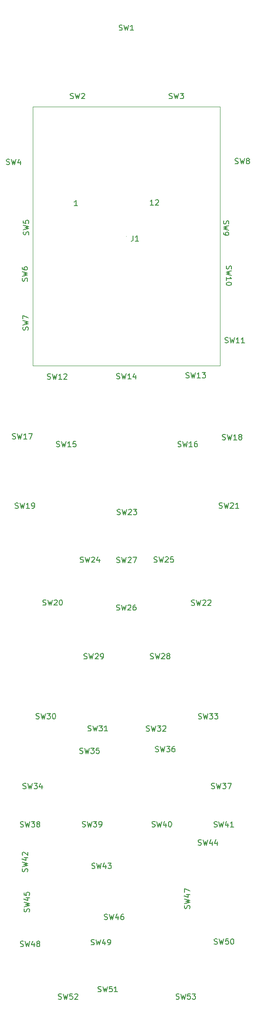
<source format=gbr>
%TF.GenerationSoftware,KiCad,Pcbnew,(6.0.0)*%
%TF.CreationDate,2022-07-04T20:32:36-04:00*%
%TF.ProjectId,800+,3830302b-2e6b-4696-9361-645f70636258,rev?*%
%TF.SameCoordinates,Original*%
%TF.FileFunction,Legend,Top*%
%TF.FilePolarity,Positive*%
%FSLAX46Y46*%
G04 Gerber Fmt 4.6, Leading zero omitted, Abs format (unit mm)*
G04 Created by KiCad (PCBNEW (6.0.0)) date 2022-07-04 20:32:36*
%MOMM*%
%LPD*%
G01*
G04 APERTURE LIST*
%ADD10C,0.150000*%
%ADD11C,0.100000*%
G04 APERTURE END LIST*
D10*
%TO.C,SW29*%
X93730476Y-161604761D02*
X93873333Y-161652380D01*
X94111428Y-161652380D01*
X94206666Y-161604761D01*
X94254285Y-161557142D01*
X94301904Y-161461904D01*
X94301904Y-161366666D01*
X94254285Y-161271428D01*
X94206666Y-161223809D01*
X94111428Y-161176190D01*
X93920952Y-161128571D01*
X93825714Y-161080952D01*
X93778095Y-161033333D01*
X93730476Y-160938095D01*
X93730476Y-160842857D01*
X93778095Y-160747619D01*
X93825714Y-160700000D01*
X93920952Y-160652380D01*
X94159047Y-160652380D01*
X94301904Y-160700000D01*
X94635238Y-160652380D02*
X94873333Y-161652380D01*
X95063809Y-160938095D01*
X95254285Y-161652380D01*
X95492380Y-160652380D01*
X95825714Y-160747619D02*
X95873333Y-160700000D01*
X95968571Y-160652380D01*
X96206666Y-160652380D01*
X96301904Y-160700000D01*
X96349523Y-160747619D01*
X96397142Y-160842857D01*
X96397142Y-160938095D01*
X96349523Y-161080952D01*
X95778095Y-161652380D01*
X96397142Y-161652380D01*
X96873333Y-161652380D02*
X97063809Y-161652380D01*
X97159047Y-161604761D01*
X97206666Y-161557142D01*
X97301904Y-161414285D01*
X97349523Y-161223809D01*
X97349523Y-160842857D01*
X97301904Y-160747619D01*
X97254285Y-160700000D01*
X97159047Y-160652380D01*
X96968571Y-160652380D01*
X96873333Y-160700000D01*
X96825714Y-160747619D01*
X96778095Y-160842857D01*
X96778095Y-161080952D01*
X96825714Y-161176190D01*
X96873333Y-161223809D01*
X96968571Y-161271428D01*
X97159047Y-161271428D01*
X97254285Y-161223809D01*
X97301904Y-161176190D01*
X97349523Y-161080952D01*
%TO.C,SW1*%
X100266666Y-44854761D02*
X100409523Y-44902380D01*
X100647619Y-44902380D01*
X100742857Y-44854761D01*
X100790476Y-44807142D01*
X100838095Y-44711904D01*
X100838095Y-44616666D01*
X100790476Y-44521428D01*
X100742857Y-44473809D01*
X100647619Y-44426190D01*
X100457142Y-44378571D01*
X100361904Y-44330952D01*
X100314285Y-44283333D01*
X100266666Y-44188095D01*
X100266666Y-44092857D01*
X100314285Y-43997619D01*
X100361904Y-43950000D01*
X100457142Y-43902380D01*
X100695238Y-43902380D01*
X100838095Y-43950000D01*
X101171428Y-43902380D02*
X101409523Y-44902380D01*
X101600000Y-44188095D01*
X101790476Y-44902380D01*
X102028571Y-43902380D01*
X102933333Y-44902380D02*
X102361904Y-44902380D01*
X102647619Y-44902380D02*
X102647619Y-43902380D01*
X102552380Y-44045238D01*
X102457142Y-44140476D01*
X102361904Y-44188095D01*
%TO.C,SW7*%
X83314761Y-100553333D02*
X83362380Y-100410476D01*
X83362380Y-100172380D01*
X83314761Y-100077142D01*
X83267142Y-100029523D01*
X83171904Y-99981904D01*
X83076666Y-99981904D01*
X82981428Y-100029523D01*
X82933809Y-100077142D01*
X82886190Y-100172380D01*
X82838571Y-100362857D01*
X82790952Y-100458095D01*
X82743333Y-100505714D01*
X82648095Y-100553333D01*
X82552857Y-100553333D01*
X82457619Y-100505714D01*
X82410000Y-100458095D01*
X82362380Y-100362857D01*
X82362380Y-100124761D01*
X82410000Y-99981904D01*
X82362380Y-99648571D02*
X83362380Y-99410476D01*
X82648095Y-99220000D01*
X83362380Y-99029523D01*
X82362380Y-98791428D01*
X82362380Y-98505714D02*
X82362380Y-97839047D01*
X83362380Y-98267619D01*
%TO.C,SW26*%
X99780476Y-152554761D02*
X99923333Y-152602380D01*
X100161428Y-152602380D01*
X100256666Y-152554761D01*
X100304285Y-152507142D01*
X100351904Y-152411904D01*
X100351904Y-152316666D01*
X100304285Y-152221428D01*
X100256666Y-152173809D01*
X100161428Y-152126190D01*
X99970952Y-152078571D01*
X99875714Y-152030952D01*
X99828095Y-151983333D01*
X99780476Y-151888095D01*
X99780476Y-151792857D01*
X99828095Y-151697619D01*
X99875714Y-151650000D01*
X99970952Y-151602380D01*
X100209047Y-151602380D01*
X100351904Y-151650000D01*
X100685238Y-151602380D02*
X100923333Y-152602380D01*
X101113809Y-151888095D01*
X101304285Y-152602380D01*
X101542380Y-151602380D01*
X101875714Y-151697619D02*
X101923333Y-151650000D01*
X102018571Y-151602380D01*
X102256666Y-151602380D01*
X102351904Y-151650000D01*
X102399523Y-151697619D01*
X102447142Y-151792857D01*
X102447142Y-151888095D01*
X102399523Y-152030952D01*
X101828095Y-152602380D01*
X102447142Y-152602380D01*
X103304285Y-151602380D02*
X103113809Y-151602380D01*
X103018571Y-151650000D01*
X102970952Y-151697619D01*
X102875714Y-151840476D01*
X102828095Y-152030952D01*
X102828095Y-152411904D01*
X102875714Y-152507142D01*
X102923333Y-152554761D01*
X103018571Y-152602380D01*
X103209047Y-152602380D01*
X103304285Y-152554761D01*
X103351904Y-152507142D01*
X103399523Y-152411904D01*
X103399523Y-152173809D01*
X103351904Y-152078571D01*
X103304285Y-152030952D01*
X103209047Y-151983333D01*
X103018571Y-151983333D01*
X102923333Y-152030952D01*
X102875714Y-152078571D01*
X102828095Y-152173809D01*
%TO.C,SW17*%
X80440476Y-120744761D02*
X80583333Y-120792380D01*
X80821428Y-120792380D01*
X80916666Y-120744761D01*
X80964285Y-120697142D01*
X81011904Y-120601904D01*
X81011904Y-120506666D01*
X80964285Y-120411428D01*
X80916666Y-120363809D01*
X80821428Y-120316190D01*
X80630952Y-120268571D01*
X80535714Y-120220952D01*
X80488095Y-120173333D01*
X80440476Y-120078095D01*
X80440476Y-119982857D01*
X80488095Y-119887619D01*
X80535714Y-119840000D01*
X80630952Y-119792380D01*
X80869047Y-119792380D01*
X81011904Y-119840000D01*
X81345238Y-119792380D02*
X81583333Y-120792380D01*
X81773809Y-120078095D01*
X81964285Y-120792380D01*
X82202380Y-119792380D01*
X83107142Y-120792380D02*
X82535714Y-120792380D01*
X82821428Y-120792380D02*
X82821428Y-119792380D01*
X82726190Y-119935238D01*
X82630952Y-120030476D01*
X82535714Y-120078095D01*
X83440476Y-119792380D02*
X84107142Y-119792380D01*
X83678571Y-120792380D01*
%TO.C,SW14*%
X99800476Y-109594761D02*
X99943333Y-109642380D01*
X100181428Y-109642380D01*
X100276666Y-109594761D01*
X100324285Y-109547142D01*
X100371904Y-109451904D01*
X100371904Y-109356666D01*
X100324285Y-109261428D01*
X100276666Y-109213809D01*
X100181428Y-109166190D01*
X99990952Y-109118571D01*
X99895714Y-109070952D01*
X99848095Y-109023333D01*
X99800476Y-108928095D01*
X99800476Y-108832857D01*
X99848095Y-108737619D01*
X99895714Y-108690000D01*
X99990952Y-108642380D01*
X100229047Y-108642380D01*
X100371904Y-108690000D01*
X100705238Y-108642380D02*
X100943333Y-109642380D01*
X101133809Y-108928095D01*
X101324285Y-109642380D01*
X101562380Y-108642380D01*
X102467142Y-109642380D02*
X101895714Y-109642380D01*
X102181428Y-109642380D02*
X102181428Y-108642380D01*
X102086190Y-108785238D01*
X101990952Y-108880476D01*
X101895714Y-108928095D01*
X103324285Y-108975714D02*
X103324285Y-109642380D01*
X103086190Y-108594761D02*
X102848095Y-109309047D01*
X103467142Y-109309047D01*
%TO.C,J1*%
X102856666Y-83032380D02*
X102856666Y-83746666D01*
X102809047Y-83889523D01*
X102713809Y-83984761D01*
X102570952Y-84032380D01*
X102475714Y-84032380D01*
X103856666Y-84032380D02*
X103285238Y-84032380D01*
X103570952Y-84032380D02*
X103570952Y-83032380D01*
X103475714Y-83175238D01*
X103380476Y-83270476D01*
X103285238Y-83318095D01*
X92515714Y-77472380D02*
X91944285Y-77472380D01*
X92230000Y-77472380D02*
X92230000Y-76472380D01*
X92134761Y-76615238D01*
X92039523Y-76710476D01*
X91944285Y-76758095D01*
X106639523Y-77372380D02*
X106068095Y-77372380D01*
X106353809Y-77372380D02*
X106353809Y-76372380D01*
X106258571Y-76515238D01*
X106163333Y-76610476D01*
X106068095Y-76658095D01*
X107020476Y-76467619D02*
X107068095Y-76420000D01*
X107163333Y-76372380D01*
X107401428Y-76372380D01*
X107496666Y-76420000D01*
X107544285Y-76467619D01*
X107591904Y-76562857D01*
X107591904Y-76658095D01*
X107544285Y-76800952D01*
X106972857Y-77372380D01*
X107591904Y-77372380D01*
%TO.C,SW50*%
X117940476Y-214564761D02*
X118083333Y-214612380D01*
X118321428Y-214612380D01*
X118416666Y-214564761D01*
X118464285Y-214517142D01*
X118511904Y-214421904D01*
X118511904Y-214326666D01*
X118464285Y-214231428D01*
X118416666Y-214183809D01*
X118321428Y-214136190D01*
X118130952Y-214088571D01*
X118035714Y-214040952D01*
X117988095Y-213993333D01*
X117940476Y-213898095D01*
X117940476Y-213802857D01*
X117988095Y-213707619D01*
X118035714Y-213660000D01*
X118130952Y-213612380D01*
X118369047Y-213612380D01*
X118511904Y-213660000D01*
X118845238Y-213612380D02*
X119083333Y-214612380D01*
X119273809Y-213898095D01*
X119464285Y-214612380D01*
X119702380Y-213612380D01*
X120559523Y-213612380D02*
X120083333Y-213612380D01*
X120035714Y-214088571D01*
X120083333Y-214040952D01*
X120178571Y-213993333D01*
X120416666Y-213993333D01*
X120511904Y-214040952D01*
X120559523Y-214088571D01*
X120607142Y-214183809D01*
X120607142Y-214421904D01*
X120559523Y-214517142D01*
X120511904Y-214564761D01*
X120416666Y-214612380D01*
X120178571Y-214612380D01*
X120083333Y-214564761D01*
X120035714Y-214517142D01*
X121226190Y-213612380D02*
X121321428Y-213612380D01*
X121416666Y-213660000D01*
X121464285Y-213707619D01*
X121511904Y-213802857D01*
X121559523Y-213993333D01*
X121559523Y-214231428D01*
X121511904Y-214421904D01*
X121464285Y-214517142D01*
X121416666Y-214564761D01*
X121321428Y-214612380D01*
X121226190Y-214612380D01*
X121130952Y-214564761D01*
X121083333Y-214517142D01*
X121035714Y-214421904D01*
X120988095Y-214231428D01*
X120988095Y-213993333D01*
X121035714Y-213802857D01*
X121083333Y-213707619D01*
X121130952Y-213660000D01*
X121226190Y-213612380D01*
%TO.C,SW52*%
X88965476Y-224794761D02*
X89108333Y-224842380D01*
X89346428Y-224842380D01*
X89441666Y-224794761D01*
X89489285Y-224747142D01*
X89536904Y-224651904D01*
X89536904Y-224556666D01*
X89489285Y-224461428D01*
X89441666Y-224413809D01*
X89346428Y-224366190D01*
X89155952Y-224318571D01*
X89060714Y-224270952D01*
X89013095Y-224223333D01*
X88965476Y-224128095D01*
X88965476Y-224032857D01*
X89013095Y-223937619D01*
X89060714Y-223890000D01*
X89155952Y-223842380D01*
X89394047Y-223842380D01*
X89536904Y-223890000D01*
X89870238Y-223842380D02*
X90108333Y-224842380D01*
X90298809Y-224128095D01*
X90489285Y-224842380D01*
X90727380Y-223842380D01*
X91584523Y-223842380D02*
X91108333Y-223842380D01*
X91060714Y-224318571D01*
X91108333Y-224270952D01*
X91203571Y-224223333D01*
X91441666Y-224223333D01*
X91536904Y-224270952D01*
X91584523Y-224318571D01*
X91632142Y-224413809D01*
X91632142Y-224651904D01*
X91584523Y-224747142D01*
X91536904Y-224794761D01*
X91441666Y-224842380D01*
X91203571Y-224842380D01*
X91108333Y-224794761D01*
X91060714Y-224747142D01*
X92013095Y-223937619D02*
X92060714Y-223890000D01*
X92155952Y-223842380D01*
X92394047Y-223842380D01*
X92489285Y-223890000D01*
X92536904Y-223937619D01*
X92584523Y-224032857D01*
X92584523Y-224128095D01*
X92536904Y-224270952D01*
X91965476Y-224842380D01*
X92584523Y-224842380D01*
%TO.C,SW6*%
X83184761Y-91483333D02*
X83232380Y-91340476D01*
X83232380Y-91102380D01*
X83184761Y-91007142D01*
X83137142Y-90959523D01*
X83041904Y-90911904D01*
X82946666Y-90911904D01*
X82851428Y-90959523D01*
X82803809Y-91007142D01*
X82756190Y-91102380D01*
X82708571Y-91292857D01*
X82660952Y-91388095D01*
X82613333Y-91435714D01*
X82518095Y-91483333D01*
X82422857Y-91483333D01*
X82327619Y-91435714D01*
X82280000Y-91388095D01*
X82232380Y-91292857D01*
X82232380Y-91054761D01*
X82280000Y-90911904D01*
X82232380Y-90578571D02*
X83232380Y-90340476D01*
X82518095Y-90150000D01*
X83232380Y-89959523D01*
X82232380Y-89721428D01*
X82232380Y-88911904D02*
X82232380Y-89102380D01*
X82280000Y-89197619D01*
X82327619Y-89245238D01*
X82470476Y-89340476D01*
X82660952Y-89388095D01*
X83041904Y-89388095D01*
X83137142Y-89340476D01*
X83184761Y-89292857D01*
X83232380Y-89197619D01*
X83232380Y-89007142D01*
X83184761Y-88911904D01*
X83137142Y-88864285D01*
X83041904Y-88816666D01*
X82803809Y-88816666D01*
X82708571Y-88864285D01*
X82660952Y-88911904D01*
X82613333Y-89007142D01*
X82613333Y-89197619D01*
X82660952Y-89292857D01*
X82708571Y-89340476D01*
X82803809Y-89388095D01*
%TO.C,SW34*%
X82390476Y-185704761D02*
X82533333Y-185752380D01*
X82771428Y-185752380D01*
X82866666Y-185704761D01*
X82914285Y-185657142D01*
X82961904Y-185561904D01*
X82961904Y-185466666D01*
X82914285Y-185371428D01*
X82866666Y-185323809D01*
X82771428Y-185276190D01*
X82580952Y-185228571D01*
X82485714Y-185180952D01*
X82438095Y-185133333D01*
X82390476Y-185038095D01*
X82390476Y-184942857D01*
X82438095Y-184847619D01*
X82485714Y-184800000D01*
X82580952Y-184752380D01*
X82819047Y-184752380D01*
X82961904Y-184800000D01*
X83295238Y-184752380D02*
X83533333Y-185752380D01*
X83723809Y-185038095D01*
X83914285Y-185752380D01*
X84152380Y-184752380D01*
X84438095Y-184752380D02*
X85057142Y-184752380D01*
X84723809Y-185133333D01*
X84866666Y-185133333D01*
X84961904Y-185180952D01*
X85009523Y-185228571D01*
X85057142Y-185323809D01*
X85057142Y-185561904D01*
X85009523Y-185657142D01*
X84961904Y-185704761D01*
X84866666Y-185752380D01*
X84580952Y-185752380D01*
X84485714Y-185704761D01*
X84438095Y-185657142D01*
X85914285Y-185085714D02*
X85914285Y-185752380D01*
X85676190Y-184704761D02*
X85438095Y-185419047D01*
X86057142Y-185419047D01*
%TO.C,SW27*%
X99820476Y-143694761D02*
X99963333Y-143742380D01*
X100201428Y-143742380D01*
X100296666Y-143694761D01*
X100344285Y-143647142D01*
X100391904Y-143551904D01*
X100391904Y-143456666D01*
X100344285Y-143361428D01*
X100296666Y-143313809D01*
X100201428Y-143266190D01*
X100010952Y-143218571D01*
X99915714Y-143170952D01*
X99868095Y-143123333D01*
X99820476Y-143028095D01*
X99820476Y-142932857D01*
X99868095Y-142837619D01*
X99915714Y-142790000D01*
X100010952Y-142742380D01*
X100249047Y-142742380D01*
X100391904Y-142790000D01*
X100725238Y-142742380D02*
X100963333Y-143742380D01*
X101153809Y-143028095D01*
X101344285Y-143742380D01*
X101582380Y-142742380D01*
X101915714Y-142837619D02*
X101963333Y-142790000D01*
X102058571Y-142742380D01*
X102296666Y-142742380D01*
X102391904Y-142790000D01*
X102439523Y-142837619D01*
X102487142Y-142932857D01*
X102487142Y-143028095D01*
X102439523Y-143170952D01*
X101868095Y-143742380D01*
X102487142Y-143742380D01*
X102820476Y-142742380D02*
X103487142Y-142742380D01*
X103058571Y-143742380D01*
%TO.C,SW30*%
X84810476Y-172724761D02*
X84953333Y-172772380D01*
X85191428Y-172772380D01*
X85286666Y-172724761D01*
X85334285Y-172677142D01*
X85381904Y-172581904D01*
X85381904Y-172486666D01*
X85334285Y-172391428D01*
X85286666Y-172343809D01*
X85191428Y-172296190D01*
X85000952Y-172248571D01*
X84905714Y-172200952D01*
X84858095Y-172153333D01*
X84810476Y-172058095D01*
X84810476Y-171962857D01*
X84858095Y-171867619D01*
X84905714Y-171820000D01*
X85000952Y-171772380D01*
X85239047Y-171772380D01*
X85381904Y-171820000D01*
X85715238Y-171772380D02*
X85953333Y-172772380D01*
X86143809Y-172058095D01*
X86334285Y-172772380D01*
X86572380Y-171772380D01*
X86858095Y-171772380D02*
X87477142Y-171772380D01*
X87143809Y-172153333D01*
X87286666Y-172153333D01*
X87381904Y-172200952D01*
X87429523Y-172248571D01*
X87477142Y-172343809D01*
X87477142Y-172581904D01*
X87429523Y-172677142D01*
X87381904Y-172724761D01*
X87286666Y-172772380D01*
X87000952Y-172772380D01*
X86905714Y-172724761D01*
X86858095Y-172677142D01*
X88096190Y-171772380D02*
X88191428Y-171772380D01*
X88286666Y-171820000D01*
X88334285Y-171867619D01*
X88381904Y-171962857D01*
X88429523Y-172153333D01*
X88429523Y-172391428D01*
X88381904Y-172581904D01*
X88334285Y-172677142D01*
X88286666Y-172724761D01*
X88191428Y-172772380D01*
X88096190Y-172772380D01*
X88000952Y-172724761D01*
X87953333Y-172677142D01*
X87905714Y-172581904D01*
X87858095Y-172391428D01*
X87858095Y-172153333D01*
X87905714Y-171962857D01*
X87953333Y-171867619D01*
X88000952Y-171820000D01*
X88096190Y-171772380D01*
%TO.C,SW13*%
X112690476Y-109404761D02*
X112833333Y-109452380D01*
X113071428Y-109452380D01*
X113166666Y-109404761D01*
X113214285Y-109357142D01*
X113261904Y-109261904D01*
X113261904Y-109166666D01*
X113214285Y-109071428D01*
X113166666Y-109023809D01*
X113071428Y-108976190D01*
X112880952Y-108928571D01*
X112785714Y-108880952D01*
X112738095Y-108833333D01*
X112690476Y-108738095D01*
X112690476Y-108642857D01*
X112738095Y-108547619D01*
X112785714Y-108500000D01*
X112880952Y-108452380D01*
X113119047Y-108452380D01*
X113261904Y-108500000D01*
X113595238Y-108452380D02*
X113833333Y-109452380D01*
X114023809Y-108738095D01*
X114214285Y-109452380D01*
X114452380Y-108452380D01*
X115357142Y-109452380D02*
X114785714Y-109452380D01*
X115071428Y-109452380D02*
X115071428Y-108452380D01*
X114976190Y-108595238D01*
X114880952Y-108690476D01*
X114785714Y-108738095D01*
X115690476Y-108452380D02*
X116309523Y-108452380D01*
X115976190Y-108833333D01*
X116119047Y-108833333D01*
X116214285Y-108880952D01*
X116261904Y-108928571D01*
X116309523Y-109023809D01*
X116309523Y-109261904D01*
X116261904Y-109357142D01*
X116214285Y-109404761D01*
X116119047Y-109452380D01*
X115833333Y-109452380D01*
X115738095Y-109404761D01*
X115690476Y-109357142D01*
%TO.C,SW46*%
X97510476Y-209994761D02*
X97653333Y-210042380D01*
X97891428Y-210042380D01*
X97986666Y-209994761D01*
X98034285Y-209947142D01*
X98081904Y-209851904D01*
X98081904Y-209756666D01*
X98034285Y-209661428D01*
X97986666Y-209613809D01*
X97891428Y-209566190D01*
X97700952Y-209518571D01*
X97605714Y-209470952D01*
X97558095Y-209423333D01*
X97510476Y-209328095D01*
X97510476Y-209232857D01*
X97558095Y-209137619D01*
X97605714Y-209090000D01*
X97700952Y-209042380D01*
X97939047Y-209042380D01*
X98081904Y-209090000D01*
X98415238Y-209042380D02*
X98653333Y-210042380D01*
X98843809Y-209328095D01*
X99034285Y-210042380D01*
X99272380Y-209042380D01*
X100081904Y-209375714D02*
X100081904Y-210042380D01*
X99843809Y-208994761D02*
X99605714Y-209709047D01*
X100224761Y-209709047D01*
X101034285Y-209042380D02*
X100843809Y-209042380D01*
X100748571Y-209090000D01*
X100700952Y-209137619D01*
X100605714Y-209280476D01*
X100558095Y-209470952D01*
X100558095Y-209851904D01*
X100605714Y-209947142D01*
X100653333Y-209994761D01*
X100748571Y-210042380D01*
X100939047Y-210042380D01*
X101034285Y-209994761D01*
X101081904Y-209947142D01*
X101129523Y-209851904D01*
X101129523Y-209613809D01*
X101081904Y-209518571D01*
X101034285Y-209470952D01*
X100939047Y-209423333D01*
X100748571Y-209423333D01*
X100653333Y-209470952D01*
X100605714Y-209518571D01*
X100558095Y-209613809D01*
%TO.C,SW15*%
X88620476Y-122204761D02*
X88763333Y-122252380D01*
X89001428Y-122252380D01*
X89096666Y-122204761D01*
X89144285Y-122157142D01*
X89191904Y-122061904D01*
X89191904Y-121966666D01*
X89144285Y-121871428D01*
X89096666Y-121823809D01*
X89001428Y-121776190D01*
X88810952Y-121728571D01*
X88715714Y-121680952D01*
X88668095Y-121633333D01*
X88620476Y-121538095D01*
X88620476Y-121442857D01*
X88668095Y-121347619D01*
X88715714Y-121300000D01*
X88810952Y-121252380D01*
X89049047Y-121252380D01*
X89191904Y-121300000D01*
X89525238Y-121252380D02*
X89763333Y-122252380D01*
X89953809Y-121538095D01*
X90144285Y-122252380D01*
X90382380Y-121252380D01*
X91287142Y-122252380D02*
X90715714Y-122252380D01*
X91001428Y-122252380D02*
X91001428Y-121252380D01*
X90906190Y-121395238D01*
X90810952Y-121490476D01*
X90715714Y-121538095D01*
X92191904Y-121252380D02*
X91715714Y-121252380D01*
X91668095Y-121728571D01*
X91715714Y-121680952D01*
X91810952Y-121633333D01*
X92049047Y-121633333D01*
X92144285Y-121680952D01*
X92191904Y-121728571D01*
X92239523Y-121823809D01*
X92239523Y-122061904D01*
X92191904Y-122157142D01*
X92144285Y-122204761D01*
X92049047Y-122252380D01*
X91810952Y-122252380D01*
X91715714Y-122204761D01*
X91668095Y-122157142D01*
%TO.C,SW44*%
X114960476Y-196184761D02*
X115103333Y-196232380D01*
X115341428Y-196232380D01*
X115436666Y-196184761D01*
X115484285Y-196137142D01*
X115531904Y-196041904D01*
X115531904Y-195946666D01*
X115484285Y-195851428D01*
X115436666Y-195803809D01*
X115341428Y-195756190D01*
X115150952Y-195708571D01*
X115055714Y-195660952D01*
X115008095Y-195613333D01*
X114960476Y-195518095D01*
X114960476Y-195422857D01*
X115008095Y-195327619D01*
X115055714Y-195280000D01*
X115150952Y-195232380D01*
X115389047Y-195232380D01*
X115531904Y-195280000D01*
X115865238Y-195232380D02*
X116103333Y-196232380D01*
X116293809Y-195518095D01*
X116484285Y-196232380D01*
X116722380Y-195232380D01*
X117531904Y-195565714D02*
X117531904Y-196232380D01*
X117293809Y-195184761D02*
X117055714Y-195899047D01*
X117674761Y-195899047D01*
X118484285Y-195565714D02*
X118484285Y-196232380D01*
X118246190Y-195184761D02*
X118008095Y-195899047D01*
X118627142Y-195899047D01*
%TO.C,SW24*%
X93050476Y-143664761D02*
X93193333Y-143712380D01*
X93431428Y-143712380D01*
X93526666Y-143664761D01*
X93574285Y-143617142D01*
X93621904Y-143521904D01*
X93621904Y-143426666D01*
X93574285Y-143331428D01*
X93526666Y-143283809D01*
X93431428Y-143236190D01*
X93240952Y-143188571D01*
X93145714Y-143140952D01*
X93098095Y-143093333D01*
X93050476Y-142998095D01*
X93050476Y-142902857D01*
X93098095Y-142807619D01*
X93145714Y-142760000D01*
X93240952Y-142712380D01*
X93479047Y-142712380D01*
X93621904Y-142760000D01*
X93955238Y-142712380D02*
X94193333Y-143712380D01*
X94383809Y-142998095D01*
X94574285Y-143712380D01*
X94812380Y-142712380D01*
X95145714Y-142807619D02*
X95193333Y-142760000D01*
X95288571Y-142712380D01*
X95526666Y-142712380D01*
X95621904Y-142760000D01*
X95669523Y-142807619D01*
X95717142Y-142902857D01*
X95717142Y-142998095D01*
X95669523Y-143140952D01*
X95098095Y-143712380D01*
X95717142Y-143712380D01*
X96574285Y-143045714D02*
X96574285Y-143712380D01*
X96336190Y-142664761D02*
X96098095Y-143379047D01*
X96717142Y-143379047D01*
%TO.C,SW35*%
X92950476Y-179154761D02*
X93093333Y-179202380D01*
X93331428Y-179202380D01*
X93426666Y-179154761D01*
X93474285Y-179107142D01*
X93521904Y-179011904D01*
X93521904Y-178916666D01*
X93474285Y-178821428D01*
X93426666Y-178773809D01*
X93331428Y-178726190D01*
X93140952Y-178678571D01*
X93045714Y-178630952D01*
X92998095Y-178583333D01*
X92950476Y-178488095D01*
X92950476Y-178392857D01*
X92998095Y-178297619D01*
X93045714Y-178250000D01*
X93140952Y-178202380D01*
X93379047Y-178202380D01*
X93521904Y-178250000D01*
X93855238Y-178202380D02*
X94093333Y-179202380D01*
X94283809Y-178488095D01*
X94474285Y-179202380D01*
X94712380Y-178202380D01*
X94998095Y-178202380D02*
X95617142Y-178202380D01*
X95283809Y-178583333D01*
X95426666Y-178583333D01*
X95521904Y-178630952D01*
X95569523Y-178678571D01*
X95617142Y-178773809D01*
X95617142Y-179011904D01*
X95569523Y-179107142D01*
X95521904Y-179154761D01*
X95426666Y-179202380D01*
X95140952Y-179202380D01*
X95045714Y-179154761D01*
X94998095Y-179107142D01*
X96521904Y-178202380D02*
X96045714Y-178202380D01*
X95998095Y-178678571D01*
X96045714Y-178630952D01*
X96140952Y-178583333D01*
X96379047Y-178583333D01*
X96474285Y-178630952D01*
X96521904Y-178678571D01*
X96569523Y-178773809D01*
X96569523Y-179011904D01*
X96521904Y-179107142D01*
X96474285Y-179154761D01*
X96379047Y-179202380D01*
X96140952Y-179202380D01*
X96045714Y-179154761D01*
X95998095Y-179107142D01*
%TO.C,SW33*%
X114995476Y-172734761D02*
X115138333Y-172782380D01*
X115376428Y-172782380D01*
X115471666Y-172734761D01*
X115519285Y-172687142D01*
X115566904Y-172591904D01*
X115566904Y-172496666D01*
X115519285Y-172401428D01*
X115471666Y-172353809D01*
X115376428Y-172306190D01*
X115185952Y-172258571D01*
X115090714Y-172210952D01*
X115043095Y-172163333D01*
X114995476Y-172068095D01*
X114995476Y-171972857D01*
X115043095Y-171877619D01*
X115090714Y-171830000D01*
X115185952Y-171782380D01*
X115424047Y-171782380D01*
X115566904Y-171830000D01*
X115900238Y-171782380D02*
X116138333Y-172782380D01*
X116328809Y-172068095D01*
X116519285Y-172782380D01*
X116757380Y-171782380D01*
X117043095Y-171782380D02*
X117662142Y-171782380D01*
X117328809Y-172163333D01*
X117471666Y-172163333D01*
X117566904Y-172210952D01*
X117614523Y-172258571D01*
X117662142Y-172353809D01*
X117662142Y-172591904D01*
X117614523Y-172687142D01*
X117566904Y-172734761D01*
X117471666Y-172782380D01*
X117185952Y-172782380D01*
X117090714Y-172734761D01*
X117043095Y-172687142D01*
X117995476Y-171782380D02*
X118614523Y-171782380D01*
X118281190Y-172163333D01*
X118424047Y-172163333D01*
X118519285Y-172210952D01*
X118566904Y-172258571D01*
X118614523Y-172353809D01*
X118614523Y-172591904D01*
X118566904Y-172687142D01*
X118519285Y-172734761D01*
X118424047Y-172782380D01*
X118138333Y-172782380D01*
X118043095Y-172734761D01*
X117995476Y-172687142D01*
%TO.C,SW21*%
X118855476Y-133614761D02*
X118998333Y-133662380D01*
X119236428Y-133662380D01*
X119331666Y-133614761D01*
X119379285Y-133567142D01*
X119426904Y-133471904D01*
X119426904Y-133376666D01*
X119379285Y-133281428D01*
X119331666Y-133233809D01*
X119236428Y-133186190D01*
X119045952Y-133138571D01*
X118950714Y-133090952D01*
X118903095Y-133043333D01*
X118855476Y-132948095D01*
X118855476Y-132852857D01*
X118903095Y-132757619D01*
X118950714Y-132710000D01*
X119045952Y-132662380D01*
X119284047Y-132662380D01*
X119426904Y-132710000D01*
X119760238Y-132662380D02*
X119998333Y-133662380D01*
X120188809Y-132948095D01*
X120379285Y-133662380D01*
X120617380Y-132662380D01*
X120950714Y-132757619D02*
X120998333Y-132710000D01*
X121093571Y-132662380D01*
X121331666Y-132662380D01*
X121426904Y-132710000D01*
X121474523Y-132757619D01*
X121522142Y-132852857D01*
X121522142Y-132948095D01*
X121474523Y-133090952D01*
X120903095Y-133662380D01*
X121522142Y-133662380D01*
X122474523Y-133662380D02*
X121903095Y-133662380D01*
X122188809Y-133662380D02*
X122188809Y-132662380D01*
X122093571Y-132805238D01*
X121998333Y-132900476D01*
X121903095Y-132948095D01*
%TO.C,SW38*%
X81900476Y-192804761D02*
X82043333Y-192852380D01*
X82281428Y-192852380D01*
X82376666Y-192804761D01*
X82424285Y-192757142D01*
X82471904Y-192661904D01*
X82471904Y-192566666D01*
X82424285Y-192471428D01*
X82376666Y-192423809D01*
X82281428Y-192376190D01*
X82090952Y-192328571D01*
X81995714Y-192280952D01*
X81948095Y-192233333D01*
X81900476Y-192138095D01*
X81900476Y-192042857D01*
X81948095Y-191947619D01*
X81995714Y-191900000D01*
X82090952Y-191852380D01*
X82329047Y-191852380D01*
X82471904Y-191900000D01*
X82805238Y-191852380D02*
X83043333Y-192852380D01*
X83233809Y-192138095D01*
X83424285Y-192852380D01*
X83662380Y-191852380D01*
X83948095Y-191852380D02*
X84567142Y-191852380D01*
X84233809Y-192233333D01*
X84376666Y-192233333D01*
X84471904Y-192280952D01*
X84519523Y-192328571D01*
X84567142Y-192423809D01*
X84567142Y-192661904D01*
X84519523Y-192757142D01*
X84471904Y-192804761D01*
X84376666Y-192852380D01*
X84090952Y-192852380D01*
X83995714Y-192804761D01*
X83948095Y-192757142D01*
X85138571Y-192280952D02*
X85043333Y-192233333D01*
X84995714Y-192185714D01*
X84948095Y-192090476D01*
X84948095Y-192042857D01*
X84995714Y-191947619D01*
X85043333Y-191900000D01*
X85138571Y-191852380D01*
X85329047Y-191852380D01*
X85424285Y-191900000D01*
X85471904Y-191947619D01*
X85519523Y-192042857D01*
X85519523Y-192090476D01*
X85471904Y-192185714D01*
X85424285Y-192233333D01*
X85329047Y-192280952D01*
X85138571Y-192280952D01*
X85043333Y-192328571D01*
X84995714Y-192376190D01*
X84948095Y-192471428D01*
X84948095Y-192661904D01*
X84995714Y-192757142D01*
X85043333Y-192804761D01*
X85138571Y-192852380D01*
X85329047Y-192852380D01*
X85424285Y-192804761D01*
X85471904Y-192757142D01*
X85519523Y-192661904D01*
X85519523Y-192471428D01*
X85471904Y-192376190D01*
X85424285Y-192328571D01*
X85329047Y-192280952D01*
%TO.C,SW2*%
X91191666Y-57554761D02*
X91334523Y-57602380D01*
X91572619Y-57602380D01*
X91667857Y-57554761D01*
X91715476Y-57507142D01*
X91763095Y-57411904D01*
X91763095Y-57316666D01*
X91715476Y-57221428D01*
X91667857Y-57173809D01*
X91572619Y-57126190D01*
X91382142Y-57078571D01*
X91286904Y-57030952D01*
X91239285Y-56983333D01*
X91191666Y-56888095D01*
X91191666Y-56792857D01*
X91239285Y-56697619D01*
X91286904Y-56650000D01*
X91382142Y-56602380D01*
X91620238Y-56602380D01*
X91763095Y-56650000D01*
X92096428Y-56602380D02*
X92334523Y-57602380D01*
X92525000Y-56888095D01*
X92715476Y-57602380D01*
X92953571Y-56602380D01*
X93286904Y-56697619D02*
X93334523Y-56650000D01*
X93429761Y-56602380D01*
X93667857Y-56602380D01*
X93763095Y-56650000D01*
X93810714Y-56697619D01*
X93858333Y-56792857D01*
X93858333Y-56888095D01*
X93810714Y-57030952D01*
X93239285Y-57602380D01*
X93858333Y-57602380D01*
%TO.C,SW45*%
X83544761Y-208599523D02*
X83592380Y-208456666D01*
X83592380Y-208218571D01*
X83544761Y-208123333D01*
X83497142Y-208075714D01*
X83401904Y-208028095D01*
X83306666Y-208028095D01*
X83211428Y-208075714D01*
X83163809Y-208123333D01*
X83116190Y-208218571D01*
X83068571Y-208409047D01*
X83020952Y-208504285D01*
X82973333Y-208551904D01*
X82878095Y-208599523D01*
X82782857Y-208599523D01*
X82687619Y-208551904D01*
X82640000Y-208504285D01*
X82592380Y-208409047D01*
X82592380Y-208170952D01*
X82640000Y-208028095D01*
X82592380Y-207694761D02*
X83592380Y-207456666D01*
X82878095Y-207266190D01*
X83592380Y-207075714D01*
X82592380Y-206837619D01*
X82925714Y-206028095D02*
X83592380Y-206028095D01*
X82544761Y-206266190D02*
X83259047Y-206504285D01*
X83259047Y-205885238D01*
X82592380Y-205028095D02*
X82592380Y-205504285D01*
X83068571Y-205551904D01*
X83020952Y-205504285D01*
X82973333Y-205409047D01*
X82973333Y-205170952D01*
X83020952Y-205075714D01*
X83068571Y-205028095D01*
X83163809Y-204980476D01*
X83401904Y-204980476D01*
X83497142Y-205028095D01*
X83544761Y-205075714D01*
X83592380Y-205170952D01*
X83592380Y-205409047D01*
X83544761Y-205504285D01*
X83497142Y-205551904D01*
%TO.C,SW48*%
X81890476Y-215024761D02*
X82033333Y-215072380D01*
X82271428Y-215072380D01*
X82366666Y-215024761D01*
X82414285Y-214977142D01*
X82461904Y-214881904D01*
X82461904Y-214786666D01*
X82414285Y-214691428D01*
X82366666Y-214643809D01*
X82271428Y-214596190D01*
X82080952Y-214548571D01*
X81985714Y-214500952D01*
X81938095Y-214453333D01*
X81890476Y-214358095D01*
X81890476Y-214262857D01*
X81938095Y-214167619D01*
X81985714Y-214120000D01*
X82080952Y-214072380D01*
X82319047Y-214072380D01*
X82461904Y-214120000D01*
X82795238Y-214072380D02*
X83033333Y-215072380D01*
X83223809Y-214358095D01*
X83414285Y-215072380D01*
X83652380Y-214072380D01*
X84461904Y-214405714D02*
X84461904Y-215072380D01*
X84223809Y-214024761D02*
X83985714Y-214739047D01*
X84604761Y-214739047D01*
X85128571Y-214500952D02*
X85033333Y-214453333D01*
X84985714Y-214405714D01*
X84938095Y-214310476D01*
X84938095Y-214262857D01*
X84985714Y-214167619D01*
X85033333Y-214120000D01*
X85128571Y-214072380D01*
X85319047Y-214072380D01*
X85414285Y-214120000D01*
X85461904Y-214167619D01*
X85509523Y-214262857D01*
X85509523Y-214310476D01*
X85461904Y-214405714D01*
X85414285Y-214453333D01*
X85319047Y-214500952D01*
X85128571Y-214500952D01*
X85033333Y-214548571D01*
X84985714Y-214596190D01*
X84938095Y-214691428D01*
X84938095Y-214881904D01*
X84985714Y-214977142D01*
X85033333Y-215024761D01*
X85128571Y-215072380D01*
X85319047Y-215072380D01*
X85414285Y-215024761D01*
X85461904Y-214977142D01*
X85509523Y-214881904D01*
X85509523Y-214691428D01*
X85461904Y-214596190D01*
X85414285Y-214548571D01*
X85319047Y-214500952D01*
%TO.C,SW19*%
X80940476Y-133624761D02*
X81083333Y-133672380D01*
X81321428Y-133672380D01*
X81416666Y-133624761D01*
X81464285Y-133577142D01*
X81511904Y-133481904D01*
X81511904Y-133386666D01*
X81464285Y-133291428D01*
X81416666Y-133243809D01*
X81321428Y-133196190D01*
X81130952Y-133148571D01*
X81035714Y-133100952D01*
X80988095Y-133053333D01*
X80940476Y-132958095D01*
X80940476Y-132862857D01*
X80988095Y-132767619D01*
X81035714Y-132720000D01*
X81130952Y-132672380D01*
X81369047Y-132672380D01*
X81511904Y-132720000D01*
X81845238Y-132672380D02*
X82083333Y-133672380D01*
X82273809Y-132958095D01*
X82464285Y-133672380D01*
X82702380Y-132672380D01*
X83607142Y-133672380D02*
X83035714Y-133672380D01*
X83321428Y-133672380D02*
X83321428Y-132672380D01*
X83226190Y-132815238D01*
X83130952Y-132910476D01*
X83035714Y-132958095D01*
X84083333Y-133672380D02*
X84273809Y-133672380D01*
X84369047Y-133624761D01*
X84416666Y-133577142D01*
X84511904Y-133434285D01*
X84559523Y-133243809D01*
X84559523Y-132862857D01*
X84511904Y-132767619D01*
X84464285Y-132720000D01*
X84369047Y-132672380D01*
X84178571Y-132672380D01*
X84083333Y-132720000D01*
X84035714Y-132767619D01*
X83988095Y-132862857D01*
X83988095Y-133100952D01*
X84035714Y-133196190D01*
X84083333Y-133243809D01*
X84178571Y-133291428D01*
X84369047Y-133291428D01*
X84464285Y-133243809D01*
X84511904Y-133196190D01*
X84559523Y-133100952D01*
%TO.C,SW5*%
X83414761Y-82863333D02*
X83462380Y-82720476D01*
X83462380Y-82482380D01*
X83414761Y-82387142D01*
X83367142Y-82339523D01*
X83271904Y-82291904D01*
X83176666Y-82291904D01*
X83081428Y-82339523D01*
X83033809Y-82387142D01*
X82986190Y-82482380D01*
X82938571Y-82672857D01*
X82890952Y-82768095D01*
X82843333Y-82815714D01*
X82748095Y-82863333D01*
X82652857Y-82863333D01*
X82557619Y-82815714D01*
X82510000Y-82768095D01*
X82462380Y-82672857D01*
X82462380Y-82434761D01*
X82510000Y-82291904D01*
X82462380Y-81958571D02*
X83462380Y-81720476D01*
X82748095Y-81530000D01*
X83462380Y-81339523D01*
X82462380Y-81101428D01*
X82462380Y-80244285D02*
X82462380Y-80720476D01*
X82938571Y-80768095D01*
X82890952Y-80720476D01*
X82843333Y-80625238D01*
X82843333Y-80387142D01*
X82890952Y-80291904D01*
X82938571Y-80244285D01*
X83033809Y-80196666D01*
X83271904Y-80196666D01*
X83367142Y-80244285D01*
X83414761Y-80291904D01*
X83462380Y-80387142D01*
X83462380Y-80625238D01*
X83414761Y-80720476D01*
X83367142Y-80768095D01*
%TO.C,SW12*%
X86940476Y-109654761D02*
X87083333Y-109702380D01*
X87321428Y-109702380D01*
X87416666Y-109654761D01*
X87464285Y-109607142D01*
X87511904Y-109511904D01*
X87511904Y-109416666D01*
X87464285Y-109321428D01*
X87416666Y-109273809D01*
X87321428Y-109226190D01*
X87130952Y-109178571D01*
X87035714Y-109130952D01*
X86988095Y-109083333D01*
X86940476Y-108988095D01*
X86940476Y-108892857D01*
X86988095Y-108797619D01*
X87035714Y-108750000D01*
X87130952Y-108702380D01*
X87369047Y-108702380D01*
X87511904Y-108750000D01*
X87845238Y-108702380D02*
X88083333Y-109702380D01*
X88273809Y-108988095D01*
X88464285Y-109702380D01*
X88702380Y-108702380D01*
X89607142Y-109702380D02*
X89035714Y-109702380D01*
X89321428Y-109702380D02*
X89321428Y-108702380D01*
X89226190Y-108845238D01*
X89130952Y-108940476D01*
X89035714Y-108988095D01*
X89988095Y-108797619D02*
X90035714Y-108750000D01*
X90130952Y-108702380D01*
X90369047Y-108702380D01*
X90464285Y-108750000D01*
X90511904Y-108797619D01*
X90559523Y-108892857D01*
X90559523Y-108988095D01*
X90511904Y-109130952D01*
X89940476Y-109702380D01*
X90559523Y-109702380D01*
%TO.C,SW4*%
X79326666Y-69794761D02*
X79469523Y-69842380D01*
X79707619Y-69842380D01*
X79802857Y-69794761D01*
X79850476Y-69747142D01*
X79898095Y-69651904D01*
X79898095Y-69556666D01*
X79850476Y-69461428D01*
X79802857Y-69413809D01*
X79707619Y-69366190D01*
X79517142Y-69318571D01*
X79421904Y-69270952D01*
X79374285Y-69223333D01*
X79326666Y-69128095D01*
X79326666Y-69032857D01*
X79374285Y-68937619D01*
X79421904Y-68890000D01*
X79517142Y-68842380D01*
X79755238Y-68842380D01*
X79898095Y-68890000D01*
X80231428Y-68842380D02*
X80469523Y-69842380D01*
X80660000Y-69128095D01*
X80850476Y-69842380D01*
X81088571Y-68842380D01*
X81898095Y-69175714D02*
X81898095Y-69842380D01*
X81660000Y-68794761D02*
X81421904Y-69509047D01*
X82040952Y-69509047D01*
%TO.C,SW31*%
X94470476Y-174984761D02*
X94613333Y-175032380D01*
X94851428Y-175032380D01*
X94946666Y-174984761D01*
X94994285Y-174937142D01*
X95041904Y-174841904D01*
X95041904Y-174746666D01*
X94994285Y-174651428D01*
X94946666Y-174603809D01*
X94851428Y-174556190D01*
X94660952Y-174508571D01*
X94565714Y-174460952D01*
X94518095Y-174413333D01*
X94470476Y-174318095D01*
X94470476Y-174222857D01*
X94518095Y-174127619D01*
X94565714Y-174080000D01*
X94660952Y-174032380D01*
X94899047Y-174032380D01*
X95041904Y-174080000D01*
X95375238Y-174032380D02*
X95613333Y-175032380D01*
X95803809Y-174318095D01*
X95994285Y-175032380D01*
X96232380Y-174032380D01*
X96518095Y-174032380D02*
X97137142Y-174032380D01*
X96803809Y-174413333D01*
X96946666Y-174413333D01*
X97041904Y-174460952D01*
X97089523Y-174508571D01*
X97137142Y-174603809D01*
X97137142Y-174841904D01*
X97089523Y-174937142D01*
X97041904Y-174984761D01*
X96946666Y-175032380D01*
X96660952Y-175032380D01*
X96565714Y-174984761D01*
X96518095Y-174937142D01*
X98089523Y-175032380D02*
X97518095Y-175032380D01*
X97803809Y-175032380D02*
X97803809Y-174032380D01*
X97708571Y-174175238D01*
X97613333Y-174270476D01*
X97518095Y-174318095D01*
%TO.C,SW41*%
X117895476Y-192804761D02*
X118038333Y-192852380D01*
X118276428Y-192852380D01*
X118371666Y-192804761D01*
X118419285Y-192757142D01*
X118466904Y-192661904D01*
X118466904Y-192566666D01*
X118419285Y-192471428D01*
X118371666Y-192423809D01*
X118276428Y-192376190D01*
X118085952Y-192328571D01*
X117990714Y-192280952D01*
X117943095Y-192233333D01*
X117895476Y-192138095D01*
X117895476Y-192042857D01*
X117943095Y-191947619D01*
X117990714Y-191900000D01*
X118085952Y-191852380D01*
X118324047Y-191852380D01*
X118466904Y-191900000D01*
X118800238Y-191852380D02*
X119038333Y-192852380D01*
X119228809Y-192138095D01*
X119419285Y-192852380D01*
X119657380Y-191852380D01*
X120466904Y-192185714D02*
X120466904Y-192852380D01*
X120228809Y-191804761D02*
X119990714Y-192519047D01*
X120609761Y-192519047D01*
X121514523Y-192852380D02*
X120943095Y-192852380D01*
X121228809Y-192852380D02*
X121228809Y-191852380D01*
X121133571Y-191995238D01*
X121038333Y-192090476D01*
X120943095Y-192138095D01*
%TO.C,SW23*%
X99900476Y-134804761D02*
X100043333Y-134852380D01*
X100281428Y-134852380D01*
X100376666Y-134804761D01*
X100424285Y-134757142D01*
X100471904Y-134661904D01*
X100471904Y-134566666D01*
X100424285Y-134471428D01*
X100376666Y-134423809D01*
X100281428Y-134376190D01*
X100090952Y-134328571D01*
X99995714Y-134280952D01*
X99948095Y-134233333D01*
X99900476Y-134138095D01*
X99900476Y-134042857D01*
X99948095Y-133947619D01*
X99995714Y-133900000D01*
X100090952Y-133852380D01*
X100329047Y-133852380D01*
X100471904Y-133900000D01*
X100805238Y-133852380D02*
X101043333Y-134852380D01*
X101233809Y-134138095D01*
X101424285Y-134852380D01*
X101662380Y-133852380D01*
X101995714Y-133947619D02*
X102043333Y-133900000D01*
X102138571Y-133852380D01*
X102376666Y-133852380D01*
X102471904Y-133900000D01*
X102519523Y-133947619D01*
X102567142Y-134042857D01*
X102567142Y-134138095D01*
X102519523Y-134280952D01*
X101948095Y-134852380D01*
X102567142Y-134852380D01*
X102900476Y-133852380D02*
X103519523Y-133852380D01*
X103186190Y-134233333D01*
X103329047Y-134233333D01*
X103424285Y-134280952D01*
X103471904Y-134328571D01*
X103519523Y-134423809D01*
X103519523Y-134661904D01*
X103471904Y-134757142D01*
X103424285Y-134804761D01*
X103329047Y-134852380D01*
X103043333Y-134852380D01*
X102948095Y-134804761D01*
X102900476Y-134757142D01*
%TO.C,SW16*%
X111190476Y-122204761D02*
X111333333Y-122252380D01*
X111571428Y-122252380D01*
X111666666Y-122204761D01*
X111714285Y-122157142D01*
X111761904Y-122061904D01*
X111761904Y-121966666D01*
X111714285Y-121871428D01*
X111666666Y-121823809D01*
X111571428Y-121776190D01*
X111380952Y-121728571D01*
X111285714Y-121680952D01*
X111238095Y-121633333D01*
X111190476Y-121538095D01*
X111190476Y-121442857D01*
X111238095Y-121347619D01*
X111285714Y-121300000D01*
X111380952Y-121252380D01*
X111619047Y-121252380D01*
X111761904Y-121300000D01*
X112095238Y-121252380D02*
X112333333Y-122252380D01*
X112523809Y-121538095D01*
X112714285Y-122252380D01*
X112952380Y-121252380D01*
X113857142Y-122252380D02*
X113285714Y-122252380D01*
X113571428Y-122252380D02*
X113571428Y-121252380D01*
X113476190Y-121395238D01*
X113380952Y-121490476D01*
X113285714Y-121538095D01*
X114714285Y-121252380D02*
X114523809Y-121252380D01*
X114428571Y-121300000D01*
X114380952Y-121347619D01*
X114285714Y-121490476D01*
X114238095Y-121680952D01*
X114238095Y-122061904D01*
X114285714Y-122157142D01*
X114333333Y-122204761D01*
X114428571Y-122252380D01*
X114619047Y-122252380D01*
X114714285Y-122204761D01*
X114761904Y-122157142D01*
X114809523Y-122061904D01*
X114809523Y-121823809D01*
X114761904Y-121728571D01*
X114714285Y-121680952D01*
X114619047Y-121633333D01*
X114428571Y-121633333D01*
X114333333Y-121680952D01*
X114285714Y-121728571D01*
X114238095Y-121823809D01*
%TO.C,SW51*%
X96330476Y-223424761D02*
X96473333Y-223472380D01*
X96711428Y-223472380D01*
X96806666Y-223424761D01*
X96854285Y-223377142D01*
X96901904Y-223281904D01*
X96901904Y-223186666D01*
X96854285Y-223091428D01*
X96806666Y-223043809D01*
X96711428Y-222996190D01*
X96520952Y-222948571D01*
X96425714Y-222900952D01*
X96378095Y-222853333D01*
X96330476Y-222758095D01*
X96330476Y-222662857D01*
X96378095Y-222567619D01*
X96425714Y-222520000D01*
X96520952Y-222472380D01*
X96759047Y-222472380D01*
X96901904Y-222520000D01*
X97235238Y-222472380D02*
X97473333Y-223472380D01*
X97663809Y-222758095D01*
X97854285Y-223472380D01*
X98092380Y-222472380D01*
X98949523Y-222472380D02*
X98473333Y-222472380D01*
X98425714Y-222948571D01*
X98473333Y-222900952D01*
X98568571Y-222853333D01*
X98806666Y-222853333D01*
X98901904Y-222900952D01*
X98949523Y-222948571D01*
X98997142Y-223043809D01*
X98997142Y-223281904D01*
X98949523Y-223377142D01*
X98901904Y-223424761D01*
X98806666Y-223472380D01*
X98568571Y-223472380D01*
X98473333Y-223424761D01*
X98425714Y-223377142D01*
X99949523Y-223472380D02*
X99378095Y-223472380D01*
X99663809Y-223472380D02*
X99663809Y-222472380D01*
X99568571Y-222615238D01*
X99473333Y-222710476D01*
X99378095Y-222758095D01*
%TO.C,SW49*%
X95050476Y-214704761D02*
X95193333Y-214752380D01*
X95431428Y-214752380D01*
X95526666Y-214704761D01*
X95574285Y-214657142D01*
X95621904Y-214561904D01*
X95621904Y-214466666D01*
X95574285Y-214371428D01*
X95526666Y-214323809D01*
X95431428Y-214276190D01*
X95240952Y-214228571D01*
X95145714Y-214180952D01*
X95098095Y-214133333D01*
X95050476Y-214038095D01*
X95050476Y-213942857D01*
X95098095Y-213847619D01*
X95145714Y-213800000D01*
X95240952Y-213752380D01*
X95479047Y-213752380D01*
X95621904Y-213800000D01*
X95955238Y-213752380D02*
X96193333Y-214752380D01*
X96383809Y-214038095D01*
X96574285Y-214752380D01*
X96812380Y-213752380D01*
X97621904Y-214085714D02*
X97621904Y-214752380D01*
X97383809Y-213704761D02*
X97145714Y-214419047D01*
X97764761Y-214419047D01*
X98193333Y-214752380D02*
X98383809Y-214752380D01*
X98479047Y-214704761D01*
X98526666Y-214657142D01*
X98621904Y-214514285D01*
X98669523Y-214323809D01*
X98669523Y-213942857D01*
X98621904Y-213847619D01*
X98574285Y-213800000D01*
X98479047Y-213752380D01*
X98288571Y-213752380D01*
X98193333Y-213800000D01*
X98145714Y-213847619D01*
X98098095Y-213942857D01*
X98098095Y-214180952D01*
X98145714Y-214276190D01*
X98193333Y-214323809D01*
X98288571Y-214371428D01*
X98479047Y-214371428D01*
X98574285Y-214323809D01*
X98621904Y-214276190D01*
X98669523Y-214180952D01*
%TO.C,SW28*%
X106060476Y-161594761D02*
X106203333Y-161642380D01*
X106441428Y-161642380D01*
X106536666Y-161594761D01*
X106584285Y-161547142D01*
X106631904Y-161451904D01*
X106631904Y-161356666D01*
X106584285Y-161261428D01*
X106536666Y-161213809D01*
X106441428Y-161166190D01*
X106250952Y-161118571D01*
X106155714Y-161070952D01*
X106108095Y-161023333D01*
X106060476Y-160928095D01*
X106060476Y-160832857D01*
X106108095Y-160737619D01*
X106155714Y-160690000D01*
X106250952Y-160642380D01*
X106489047Y-160642380D01*
X106631904Y-160690000D01*
X106965238Y-160642380D02*
X107203333Y-161642380D01*
X107393809Y-160928095D01*
X107584285Y-161642380D01*
X107822380Y-160642380D01*
X108155714Y-160737619D02*
X108203333Y-160690000D01*
X108298571Y-160642380D01*
X108536666Y-160642380D01*
X108631904Y-160690000D01*
X108679523Y-160737619D01*
X108727142Y-160832857D01*
X108727142Y-160928095D01*
X108679523Y-161070952D01*
X108108095Y-161642380D01*
X108727142Y-161642380D01*
X109298571Y-161070952D02*
X109203333Y-161023333D01*
X109155714Y-160975714D01*
X109108095Y-160880476D01*
X109108095Y-160832857D01*
X109155714Y-160737619D01*
X109203333Y-160690000D01*
X109298571Y-160642380D01*
X109489047Y-160642380D01*
X109584285Y-160690000D01*
X109631904Y-160737619D01*
X109679523Y-160832857D01*
X109679523Y-160880476D01*
X109631904Y-160975714D01*
X109584285Y-161023333D01*
X109489047Y-161070952D01*
X109298571Y-161070952D01*
X109203333Y-161118571D01*
X109155714Y-161166190D01*
X109108095Y-161261428D01*
X109108095Y-161451904D01*
X109155714Y-161547142D01*
X109203333Y-161594761D01*
X109298571Y-161642380D01*
X109489047Y-161642380D01*
X109584285Y-161594761D01*
X109631904Y-161547142D01*
X109679523Y-161451904D01*
X109679523Y-161261428D01*
X109631904Y-161166190D01*
X109584285Y-161118571D01*
X109489047Y-161070952D01*
%TO.C,SW25*%
X106750476Y-143644761D02*
X106893333Y-143692380D01*
X107131428Y-143692380D01*
X107226666Y-143644761D01*
X107274285Y-143597142D01*
X107321904Y-143501904D01*
X107321904Y-143406666D01*
X107274285Y-143311428D01*
X107226666Y-143263809D01*
X107131428Y-143216190D01*
X106940952Y-143168571D01*
X106845714Y-143120952D01*
X106798095Y-143073333D01*
X106750476Y-142978095D01*
X106750476Y-142882857D01*
X106798095Y-142787619D01*
X106845714Y-142740000D01*
X106940952Y-142692380D01*
X107179047Y-142692380D01*
X107321904Y-142740000D01*
X107655238Y-142692380D02*
X107893333Y-143692380D01*
X108083809Y-142978095D01*
X108274285Y-143692380D01*
X108512380Y-142692380D01*
X108845714Y-142787619D02*
X108893333Y-142740000D01*
X108988571Y-142692380D01*
X109226666Y-142692380D01*
X109321904Y-142740000D01*
X109369523Y-142787619D01*
X109417142Y-142882857D01*
X109417142Y-142978095D01*
X109369523Y-143120952D01*
X108798095Y-143692380D01*
X109417142Y-143692380D01*
X110321904Y-142692380D02*
X109845714Y-142692380D01*
X109798095Y-143168571D01*
X109845714Y-143120952D01*
X109940952Y-143073333D01*
X110179047Y-143073333D01*
X110274285Y-143120952D01*
X110321904Y-143168571D01*
X110369523Y-143263809D01*
X110369523Y-143501904D01*
X110321904Y-143597142D01*
X110274285Y-143644761D01*
X110179047Y-143692380D01*
X109940952Y-143692380D01*
X109845714Y-143644761D01*
X109798095Y-143597142D01*
%TO.C,SW40*%
X106380476Y-192784761D02*
X106523333Y-192832380D01*
X106761428Y-192832380D01*
X106856666Y-192784761D01*
X106904285Y-192737142D01*
X106951904Y-192641904D01*
X106951904Y-192546666D01*
X106904285Y-192451428D01*
X106856666Y-192403809D01*
X106761428Y-192356190D01*
X106570952Y-192308571D01*
X106475714Y-192260952D01*
X106428095Y-192213333D01*
X106380476Y-192118095D01*
X106380476Y-192022857D01*
X106428095Y-191927619D01*
X106475714Y-191880000D01*
X106570952Y-191832380D01*
X106809047Y-191832380D01*
X106951904Y-191880000D01*
X107285238Y-191832380D02*
X107523333Y-192832380D01*
X107713809Y-192118095D01*
X107904285Y-192832380D01*
X108142380Y-191832380D01*
X108951904Y-192165714D02*
X108951904Y-192832380D01*
X108713809Y-191784761D02*
X108475714Y-192499047D01*
X109094761Y-192499047D01*
X109666190Y-191832380D02*
X109761428Y-191832380D01*
X109856666Y-191880000D01*
X109904285Y-191927619D01*
X109951904Y-192022857D01*
X109999523Y-192213333D01*
X109999523Y-192451428D01*
X109951904Y-192641904D01*
X109904285Y-192737142D01*
X109856666Y-192784761D01*
X109761428Y-192832380D01*
X109666190Y-192832380D01*
X109570952Y-192784761D01*
X109523333Y-192737142D01*
X109475714Y-192641904D01*
X109428095Y-192451428D01*
X109428095Y-192213333D01*
X109475714Y-192022857D01*
X109523333Y-191927619D01*
X109570952Y-191880000D01*
X109666190Y-191832380D01*
%TO.C,SW10*%
X120215238Y-88670476D02*
X120167619Y-88813333D01*
X120167619Y-89051428D01*
X120215238Y-89146666D01*
X120262857Y-89194285D01*
X120358095Y-89241904D01*
X120453333Y-89241904D01*
X120548571Y-89194285D01*
X120596190Y-89146666D01*
X120643809Y-89051428D01*
X120691428Y-88860952D01*
X120739047Y-88765714D01*
X120786666Y-88718095D01*
X120881904Y-88670476D01*
X120977142Y-88670476D01*
X121072380Y-88718095D01*
X121120000Y-88765714D01*
X121167619Y-88860952D01*
X121167619Y-89099047D01*
X121120000Y-89241904D01*
X121167619Y-89575238D02*
X120167619Y-89813333D01*
X120881904Y-90003809D01*
X120167619Y-90194285D01*
X121167619Y-90432380D01*
X120167619Y-91337142D02*
X120167619Y-90765714D01*
X120167619Y-91051428D02*
X121167619Y-91051428D01*
X121024761Y-90956190D01*
X120929523Y-90860952D01*
X120881904Y-90765714D01*
X121167619Y-91956190D02*
X121167619Y-92051428D01*
X121120000Y-92146666D01*
X121072380Y-92194285D01*
X120977142Y-92241904D01*
X120786666Y-92289523D01*
X120548571Y-92289523D01*
X120358095Y-92241904D01*
X120262857Y-92194285D01*
X120215238Y-92146666D01*
X120167619Y-92051428D01*
X120167619Y-91956190D01*
X120215238Y-91860952D01*
X120262857Y-91813333D01*
X120358095Y-91765714D01*
X120548571Y-91718095D01*
X120786666Y-91718095D01*
X120977142Y-91765714D01*
X121072380Y-91813333D01*
X121120000Y-91860952D01*
X121167619Y-91956190D01*
%TO.C,SW22*%
X113710476Y-151644761D02*
X113853333Y-151692380D01*
X114091428Y-151692380D01*
X114186666Y-151644761D01*
X114234285Y-151597142D01*
X114281904Y-151501904D01*
X114281904Y-151406666D01*
X114234285Y-151311428D01*
X114186666Y-151263809D01*
X114091428Y-151216190D01*
X113900952Y-151168571D01*
X113805714Y-151120952D01*
X113758095Y-151073333D01*
X113710476Y-150978095D01*
X113710476Y-150882857D01*
X113758095Y-150787619D01*
X113805714Y-150740000D01*
X113900952Y-150692380D01*
X114139047Y-150692380D01*
X114281904Y-150740000D01*
X114615238Y-150692380D02*
X114853333Y-151692380D01*
X115043809Y-150978095D01*
X115234285Y-151692380D01*
X115472380Y-150692380D01*
X115805714Y-150787619D02*
X115853333Y-150740000D01*
X115948571Y-150692380D01*
X116186666Y-150692380D01*
X116281904Y-150740000D01*
X116329523Y-150787619D01*
X116377142Y-150882857D01*
X116377142Y-150978095D01*
X116329523Y-151120952D01*
X115758095Y-151692380D01*
X116377142Y-151692380D01*
X116758095Y-150787619D02*
X116805714Y-150740000D01*
X116900952Y-150692380D01*
X117139047Y-150692380D01*
X117234285Y-150740000D01*
X117281904Y-150787619D01*
X117329523Y-150882857D01*
X117329523Y-150978095D01*
X117281904Y-151120952D01*
X116710476Y-151692380D01*
X117329523Y-151692380D01*
%TO.C,SW18*%
X119440476Y-120904761D02*
X119583333Y-120952380D01*
X119821428Y-120952380D01*
X119916666Y-120904761D01*
X119964285Y-120857142D01*
X120011904Y-120761904D01*
X120011904Y-120666666D01*
X119964285Y-120571428D01*
X119916666Y-120523809D01*
X119821428Y-120476190D01*
X119630952Y-120428571D01*
X119535714Y-120380952D01*
X119488095Y-120333333D01*
X119440476Y-120238095D01*
X119440476Y-120142857D01*
X119488095Y-120047619D01*
X119535714Y-120000000D01*
X119630952Y-119952380D01*
X119869047Y-119952380D01*
X120011904Y-120000000D01*
X120345238Y-119952380D02*
X120583333Y-120952380D01*
X120773809Y-120238095D01*
X120964285Y-120952380D01*
X121202380Y-119952380D01*
X122107142Y-120952380D02*
X121535714Y-120952380D01*
X121821428Y-120952380D02*
X121821428Y-119952380D01*
X121726190Y-120095238D01*
X121630952Y-120190476D01*
X121535714Y-120238095D01*
X122678571Y-120380952D02*
X122583333Y-120333333D01*
X122535714Y-120285714D01*
X122488095Y-120190476D01*
X122488095Y-120142857D01*
X122535714Y-120047619D01*
X122583333Y-120000000D01*
X122678571Y-119952380D01*
X122869047Y-119952380D01*
X122964285Y-120000000D01*
X123011904Y-120047619D01*
X123059523Y-120142857D01*
X123059523Y-120190476D01*
X123011904Y-120285714D01*
X122964285Y-120333333D01*
X122869047Y-120380952D01*
X122678571Y-120380952D01*
X122583333Y-120428571D01*
X122535714Y-120476190D01*
X122488095Y-120571428D01*
X122488095Y-120761904D01*
X122535714Y-120857142D01*
X122583333Y-120904761D01*
X122678571Y-120952380D01*
X122869047Y-120952380D01*
X122964285Y-120904761D01*
X123011904Y-120857142D01*
X123059523Y-120761904D01*
X123059523Y-120571428D01*
X123011904Y-120476190D01*
X122964285Y-120428571D01*
X122869047Y-120380952D01*
%TO.C,SW37*%
X117430476Y-185684761D02*
X117573333Y-185732380D01*
X117811428Y-185732380D01*
X117906666Y-185684761D01*
X117954285Y-185637142D01*
X118001904Y-185541904D01*
X118001904Y-185446666D01*
X117954285Y-185351428D01*
X117906666Y-185303809D01*
X117811428Y-185256190D01*
X117620952Y-185208571D01*
X117525714Y-185160952D01*
X117478095Y-185113333D01*
X117430476Y-185018095D01*
X117430476Y-184922857D01*
X117478095Y-184827619D01*
X117525714Y-184780000D01*
X117620952Y-184732380D01*
X117859047Y-184732380D01*
X118001904Y-184780000D01*
X118335238Y-184732380D02*
X118573333Y-185732380D01*
X118763809Y-185018095D01*
X118954285Y-185732380D01*
X119192380Y-184732380D01*
X119478095Y-184732380D02*
X120097142Y-184732380D01*
X119763809Y-185113333D01*
X119906666Y-185113333D01*
X120001904Y-185160952D01*
X120049523Y-185208571D01*
X120097142Y-185303809D01*
X120097142Y-185541904D01*
X120049523Y-185637142D01*
X120001904Y-185684761D01*
X119906666Y-185732380D01*
X119620952Y-185732380D01*
X119525714Y-185684761D01*
X119478095Y-185637142D01*
X120430476Y-184732380D02*
X121097142Y-184732380D01*
X120668571Y-185732380D01*
%TO.C,SW43*%
X95180476Y-200514761D02*
X95323333Y-200562380D01*
X95561428Y-200562380D01*
X95656666Y-200514761D01*
X95704285Y-200467142D01*
X95751904Y-200371904D01*
X95751904Y-200276666D01*
X95704285Y-200181428D01*
X95656666Y-200133809D01*
X95561428Y-200086190D01*
X95370952Y-200038571D01*
X95275714Y-199990952D01*
X95228095Y-199943333D01*
X95180476Y-199848095D01*
X95180476Y-199752857D01*
X95228095Y-199657619D01*
X95275714Y-199610000D01*
X95370952Y-199562380D01*
X95609047Y-199562380D01*
X95751904Y-199610000D01*
X96085238Y-199562380D02*
X96323333Y-200562380D01*
X96513809Y-199848095D01*
X96704285Y-200562380D01*
X96942380Y-199562380D01*
X97751904Y-199895714D02*
X97751904Y-200562380D01*
X97513809Y-199514761D02*
X97275714Y-200229047D01*
X97894761Y-200229047D01*
X98180476Y-199562380D02*
X98799523Y-199562380D01*
X98466190Y-199943333D01*
X98609047Y-199943333D01*
X98704285Y-199990952D01*
X98751904Y-200038571D01*
X98799523Y-200133809D01*
X98799523Y-200371904D01*
X98751904Y-200467142D01*
X98704285Y-200514761D01*
X98609047Y-200562380D01*
X98323333Y-200562380D01*
X98228095Y-200514761D01*
X98180476Y-200467142D01*
%TO.C,SW36*%
X107020476Y-178844761D02*
X107163333Y-178892380D01*
X107401428Y-178892380D01*
X107496666Y-178844761D01*
X107544285Y-178797142D01*
X107591904Y-178701904D01*
X107591904Y-178606666D01*
X107544285Y-178511428D01*
X107496666Y-178463809D01*
X107401428Y-178416190D01*
X107210952Y-178368571D01*
X107115714Y-178320952D01*
X107068095Y-178273333D01*
X107020476Y-178178095D01*
X107020476Y-178082857D01*
X107068095Y-177987619D01*
X107115714Y-177940000D01*
X107210952Y-177892380D01*
X107449047Y-177892380D01*
X107591904Y-177940000D01*
X107925238Y-177892380D02*
X108163333Y-178892380D01*
X108353809Y-178178095D01*
X108544285Y-178892380D01*
X108782380Y-177892380D01*
X109068095Y-177892380D02*
X109687142Y-177892380D01*
X109353809Y-178273333D01*
X109496666Y-178273333D01*
X109591904Y-178320952D01*
X109639523Y-178368571D01*
X109687142Y-178463809D01*
X109687142Y-178701904D01*
X109639523Y-178797142D01*
X109591904Y-178844761D01*
X109496666Y-178892380D01*
X109210952Y-178892380D01*
X109115714Y-178844761D01*
X109068095Y-178797142D01*
X110544285Y-177892380D02*
X110353809Y-177892380D01*
X110258571Y-177940000D01*
X110210952Y-177987619D01*
X110115714Y-178130476D01*
X110068095Y-178320952D01*
X110068095Y-178701904D01*
X110115714Y-178797142D01*
X110163333Y-178844761D01*
X110258571Y-178892380D01*
X110449047Y-178892380D01*
X110544285Y-178844761D01*
X110591904Y-178797142D01*
X110639523Y-178701904D01*
X110639523Y-178463809D01*
X110591904Y-178368571D01*
X110544285Y-178320952D01*
X110449047Y-178273333D01*
X110258571Y-178273333D01*
X110163333Y-178320952D01*
X110115714Y-178368571D01*
X110068095Y-178463809D01*
%TO.C,SW42*%
X83194761Y-201149523D02*
X83242380Y-201006666D01*
X83242380Y-200768571D01*
X83194761Y-200673333D01*
X83147142Y-200625714D01*
X83051904Y-200578095D01*
X82956666Y-200578095D01*
X82861428Y-200625714D01*
X82813809Y-200673333D01*
X82766190Y-200768571D01*
X82718571Y-200959047D01*
X82670952Y-201054285D01*
X82623333Y-201101904D01*
X82528095Y-201149523D01*
X82432857Y-201149523D01*
X82337619Y-201101904D01*
X82290000Y-201054285D01*
X82242380Y-200959047D01*
X82242380Y-200720952D01*
X82290000Y-200578095D01*
X82242380Y-200244761D02*
X83242380Y-200006666D01*
X82528095Y-199816190D01*
X83242380Y-199625714D01*
X82242380Y-199387619D01*
X82575714Y-198578095D02*
X83242380Y-198578095D01*
X82194761Y-198816190D02*
X82909047Y-199054285D01*
X82909047Y-198435238D01*
X82337619Y-198101904D02*
X82290000Y-198054285D01*
X82242380Y-197959047D01*
X82242380Y-197720952D01*
X82290000Y-197625714D01*
X82337619Y-197578095D01*
X82432857Y-197530476D01*
X82528095Y-197530476D01*
X82670952Y-197578095D01*
X83242380Y-198149523D01*
X83242380Y-197530476D01*
%TO.C,SW20*%
X86100476Y-151624761D02*
X86243333Y-151672380D01*
X86481428Y-151672380D01*
X86576666Y-151624761D01*
X86624285Y-151577142D01*
X86671904Y-151481904D01*
X86671904Y-151386666D01*
X86624285Y-151291428D01*
X86576666Y-151243809D01*
X86481428Y-151196190D01*
X86290952Y-151148571D01*
X86195714Y-151100952D01*
X86148095Y-151053333D01*
X86100476Y-150958095D01*
X86100476Y-150862857D01*
X86148095Y-150767619D01*
X86195714Y-150720000D01*
X86290952Y-150672380D01*
X86529047Y-150672380D01*
X86671904Y-150720000D01*
X87005238Y-150672380D02*
X87243333Y-151672380D01*
X87433809Y-150958095D01*
X87624285Y-151672380D01*
X87862380Y-150672380D01*
X88195714Y-150767619D02*
X88243333Y-150720000D01*
X88338571Y-150672380D01*
X88576666Y-150672380D01*
X88671904Y-150720000D01*
X88719523Y-150767619D01*
X88767142Y-150862857D01*
X88767142Y-150958095D01*
X88719523Y-151100952D01*
X88148095Y-151672380D01*
X88767142Y-151672380D01*
X89386190Y-150672380D02*
X89481428Y-150672380D01*
X89576666Y-150720000D01*
X89624285Y-150767619D01*
X89671904Y-150862857D01*
X89719523Y-151053333D01*
X89719523Y-151291428D01*
X89671904Y-151481904D01*
X89624285Y-151577142D01*
X89576666Y-151624761D01*
X89481428Y-151672380D01*
X89386190Y-151672380D01*
X89290952Y-151624761D01*
X89243333Y-151577142D01*
X89195714Y-151481904D01*
X89148095Y-151291428D01*
X89148095Y-151053333D01*
X89195714Y-150862857D01*
X89243333Y-150767619D01*
X89290952Y-150720000D01*
X89386190Y-150672380D01*
%TO.C,SW39*%
X93430476Y-192784761D02*
X93573333Y-192832380D01*
X93811428Y-192832380D01*
X93906666Y-192784761D01*
X93954285Y-192737142D01*
X94001904Y-192641904D01*
X94001904Y-192546666D01*
X93954285Y-192451428D01*
X93906666Y-192403809D01*
X93811428Y-192356190D01*
X93620952Y-192308571D01*
X93525714Y-192260952D01*
X93478095Y-192213333D01*
X93430476Y-192118095D01*
X93430476Y-192022857D01*
X93478095Y-191927619D01*
X93525714Y-191880000D01*
X93620952Y-191832380D01*
X93859047Y-191832380D01*
X94001904Y-191880000D01*
X94335238Y-191832380D02*
X94573333Y-192832380D01*
X94763809Y-192118095D01*
X94954285Y-192832380D01*
X95192380Y-191832380D01*
X95478095Y-191832380D02*
X96097142Y-191832380D01*
X95763809Y-192213333D01*
X95906666Y-192213333D01*
X96001904Y-192260952D01*
X96049523Y-192308571D01*
X96097142Y-192403809D01*
X96097142Y-192641904D01*
X96049523Y-192737142D01*
X96001904Y-192784761D01*
X95906666Y-192832380D01*
X95620952Y-192832380D01*
X95525714Y-192784761D01*
X95478095Y-192737142D01*
X96573333Y-192832380D02*
X96763809Y-192832380D01*
X96859047Y-192784761D01*
X96906666Y-192737142D01*
X97001904Y-192594285D01*
X97049523Y-192403809D01*
X97049523Y-192022857D01*
X97001904Y-191927619D01*
X96954285Y-191880000D01*
X96859047Y-191832380D01*
X96668571Y-191832380D01*
X96573333Y-191880000D01*
X96525714Y-191927619D01*
X96478095Y-192022857D01*
X96478095Y-192260952D01*
X96525714Y-192356190D01*
X96573333Y-192403809D01*
X96668571Y-192451428D01*
X96859047Y-192451428D01*
X96954285Y-192403809D01*
X97001904Y-192356190D01*
X97049523Y-192260952D01*
%TO.C,SW47*%
X113334761Y-207989523D02*
X113382380Y-207846666D01*
X113382380Y-207608571D01*
X113334761Y-207513333D01*
X113287142Y-207465714D01*
X113191904Y-207418095D01*
X113096666Y-207418095D01*
X113001428Y-207465714D01*
X112953809Y-207513333D01*
X112906190Y-207608571D01*
X112858571Y-207799047D01*
X112810952Y-207894285D01*
X112763333Y-207941904D01*
X112668095Y-207989523D01*
X112572857Y-207989523D01*
X112477619Y-207941904D01*
X112430000Y-207894285D01*
X112382380Y-207799047D01*
X112382380Y-207560952D01*
X112430000Y-207418095D01*
X112382380Y-207084761D02*
X113382380Y-206846666D01*
X112668095Y-206656190D01*
X113382380Y-206465714D01*
X112382380Y-206227619D01*
X112715714Y-205418095D02*
X113382380Y-205418095D01*
X112334761Y-205656190D02*
X113049047Y-205894285D01*
X113049047Y-205275238D01*
X112382380Y-204989523D02*
X112382380Y-204322857D01*
X113382380Y-204751428D01*
%TO.C,SW8*%
X121816666Y-69644761D02*
X121959523Y-69692380D01*
X122197619Y-69692380D01*
X122292857Y-69644761D01*
X122340476Y-69597142D01*
X122388095Y-69501904D01*
X122388095Y-69406666D01*
X122340476Y-69311428D01*
X122292857Y-69263809D01*
X122197619Y-69216190D01*
X122007142Y-69168571D01*
X121911904Y-69120952D01*
X121864285Y-69073333D01*
X121816666Y-68978095D01*
X121816666Y-68882857D01*
X121864285Y-68787619D01*
X121911904Y-68740000D01*
X122007142Y-68692380D01*
X122245238Y-68692380D01*
X122388095Y-68740000D01*
X122721428Y-68692380D02*
X122959523Y-69692380D01*
X123150000Y-68978095D01*
X123340476Y-69692380D01*
X123578571Y-68692380D01*
X124102380Y-69120952D02*
X124007142Y-69073333D01*
X123959523Y-69025714D01*
X123911904Y-68930476D01*
X123911904Y-68882857D01*
X123959523Y-68787619D01*
X124007142Y-68740000D01*
X124102380Y-68692380D01*
X124292857Y-68692380D01*
X124388095Y-68740000D01*
X124435714Y-68787619D01*
X124483333Y-68882857D01*
X124483333Y-68930476D01*
X124435714Y-69025714D01*
X124388095Y-69073333D01*
X124292857Y-69120952D01*
X124102380Y-69120952D01*
X124007142Y-69168571D01*
X123959523Y-69216190D01*
X123911904Y-69311428D01*
X123911904Y-69501904D01*
X123959523Y-69597142D01*
X124007142Y-69644761D01*
X124102380Y-69692380D01*
X124292857Y-69692380D01*
X124388095Y-69644761D01*
X124435714Y-69597142D01*
X124483333Y-69501904D01*
X124483333Y-69311428D01*
X124435714Y-69216190D01*
X124388095Y-69168571D01*
X124292857Y-69120952D01*
%TO.C,SW53*%
X110860476Y-224784761D02*
X111003333Y-224832380D01*
X111241428Y-224832380D01*
X111336666Y-224784761D01*
X111384285Y-224737142D01*
X111431904Y-224641904D01*
X111431904Y-224546666D01*
X111384285Y-224451428D01*
X111336666Y-224403809D01*
X111241428Y-224356190D01*
X111050952Y-224308571D01*
X110955714Y-224260952D01*
X110908095Y-224213333D01*
X110860476Y-224118095D01*
X110860476Y-224022857D01*
X110908095Y-223927619D01*
X110955714Y-223880000D01*
X111050952Y-223832380D01*
X111289047Y-223832380D01*
X111431904Y-223880000D01*
X111765238Y-223832380D02*
X112003333Y-224832380D01*
X112193809Y-224118095D01*
X112384285Y-224832380D01*
X112622380Y-223832380D01*
X113479523Y-223832380D02*
X113003333Y-223832380D01*
X112955714Y-224308571D01*
X113003333Y-224260952D01*
X113098571Y-224213333D01*
X113336666Y-224213333D01*
X113431904Y-224260952D01*
X113479523Y-224308571D01*
X113527142Y-224403809D01*
X113527142Y-224641904D01*
X113479523Y-224737142D01*
X113431904Y-224784761D01*
X113336666Y-224832380D01*
X113098571Y-224832380D01*
X113003333Y-224784761D01*
X112955714Y-224737142D01*
X113860476Y-223832380D02*
X114479523Y-223832380D01*
X114146190Y-224213333D01*
X114289047Y-224213333D01*
X114384285Y-224260952D01*
X114431904Y-224308571D01*
X114479523Y-224403809D01*
X114479523Y-224641904D01*
X114431904Y-224737142D01*
X114384285Y-224784761D01*
X114289047Y-224832380D01*
X114003333Y-224832380D01*
X113908095Y-224784761D01*
X113860476Y-224737142D01*
%TO.C,SW3*%
X109566666Y-57554761D02*
X109709523Y-57602380D01*
X109947619Y-57602380D01*
X110042857Y-57554761D01*
X110090476Y-57507142D01*
X110138095Y-57411904D01*
X110138095Y-57316666D01*
X110090476Y-57221428D01*
X110042857Y-57173809D01*
X109947619Y-57126190D01*
X109757142Y-57078571D01*
X109661904Y-57030952D01*
X109614285Y-56983333D01*
X109566666Y-56888095D01*
X109566666Y-56792857D01*
X109614285Y-56697619D01*
X109661904Y-56650000D01*
X109757142Y-56602380D01*
X109995238Y-56602380D01*
X110138095Y-56650000D01*
X110471428Y-56602380D02*
X110709523Y-57602380D01*
X110900000Y-56888095D01*
X111090476Y-57602380D01*
X111328571Y-56602380D01*
X111614285Y-56602380D02*
X112233333Y-56602380D01*
X111900000Y-56983333D01*
X112042857Y-56983333D01*
X112138095Y-57030952D01*
X112185714Y-57078571D01*
X112233333Y-57173809D01*
X112233333Y-57411904D01*
X112185714Y-57507142D01*
X112138095Y-57554761D01*
X112042857Y-57602380D01*
X111757142Y-57602380D01*
X111661904Y-57554761D01*
X111614285Y-57507142D01*
%TO.C,SW11*%
X119940476Y-102904761D02*
X120083333Y-102952380D01*
X120321428Y-102952380D01*
X120416666Y-102904761D01*
X120464285Y-102857142D01*
X120511904Y-102761904D01*
X120511904Y-102666666D01*
X120464285Y-102571428D01*
X120416666Y-102523809D01*
X120321428Y-102476190D01*
X120130952Y-102428571D01*
X120035714Y-102380952D01*
X119988095Y-102333333D01*
X119940476Y-102238095D01*
X119940476Y-102142857D01*
X119988095Y-102047619D01*
X120035714Y-102000000D01*
X120130952Y-101952380D01*
X120369047Y-101952380D01*
X120511904Y-102000000D01*
X120845238Y-101952380D02*
X121083333Y-102952380D01*
X121273809Y-102238095D01*
X121464285Y-102952380D01*
X121702380Y-101952380D01*
X122607142Y-102952380D02*
X122035714Y-102952380D01*
X122321428Y-102952380D02*
X122321428Y-101952380D01*
X122226190Y-102095238D01*
X122130952Y-102190476D01*
X122035714Y-102238095D01*
X123559523Y-102952380D02*
X122988095Y-102952380D01*
X123273809Y-102952380D02*
X123273809Y-101952380D01*
X123178571Y-102095238D01*
X123083333Y-102190476D01*
X122988095Y-102238095D01*
%TO.C,SW32*%
X105330476Y-175004761D02*
X105473333Y-175052380D01*
X105711428Y-175052380D01*
X105806666Y-175004761D01*
X105854285Y-174957142D01*
X105901904Y-174861904D01*
X105901904Y-174766666D01*
X105854285Y-174671428D01*
X105806666Y-174623809D01*
X105711428Y-174576190D01*
X105520952Y-174528571D01*
X105425714Y-174480952D01*
X105378095Y-174433333D01*
X105330476Y-174338095D01*
X105330476Y-174242857D01*
X105378095Y-174147619D01*
X105425714Y-174100000D01*
X105520952Y-174052380D01*
X105759047Y-174052380D01*
X105901904Y-174100000D01*
X106235238Y-174052380D02*
X106473333Y-175052380D01*
X106663809Y-174338095D01*
X106854285Y-175052380D01*
X107092380Y-174052380D01*
X107378095Y-174052380D02*
X107997142Y-174052380D01*
X107663809Y-174433333D01*
X107806666Y-174433333D01*
X107901904Y-174480952D01*
X107949523Y-174528571D01*
X107997142Y-174623809D01*
X107997142Y-174861904D01*
X107949523Y-174957142D01*
X107901904Y-175004761D01*
X107806666Y-175052380D01*
X107520952Y-175052380D01*
X107425714Y-175004761D01*
X107378095Y-174957142D01*
X108378095Y-174147619D02*
X108425714Y-174100000D01*
X108520952Y-174052380D01*
X108759047Y-174052380D01*
X108854285Y-174100000D01*
X108901904Y-174147619D01*
X108949523Y-174242857D01*
X108949523Y-174338095D01*
X108901904Y-174480952D01*
X108330476Y-175052380D01*
X108949523Y-175052380D01*
%TO.C,SW9*%
X119695238Y-80296666D02*
X119647619Y-80439523D01*
X119647619Y-80677619D01*
X119695238Y-80772857D01*
X119742857Y-80820476D01*
X119838095Y-80868095D01*
X119933333Y-80868095D01*
X120028571Y-80820476D01*
X120076190Y-80772857D01*
X120123809Y-80677619D01*
X120171428Y-80487142D01*
X120219047Y-80391904D01*
X120266666Y-80344285D01*
X120361904Y-80296666D01*
X120457142Y-80296666D01*
X120552380Y-80344285D01*
X120600000Y-80391904D01*
X120647619Y-80487142D01*
X120647619Y-80725238D01*
X120600000Y-80868095D01*
X120647619Y-81201428D02*
X119647619Y-81439523D01*
X120361904Y-81630000D01*
X119647619Y-81820476D01*
X120647619Y-82058571D01*
X119647619Y-82487142D02*
X119647619Y-82677619D01*
X119695238Y-82772857D01*
X119742857Y-82820476D01*
X119885714Y-82915714D01*
X120076190Y-82963333D01*
X120457142Y-82963333D01*
X120552380Y-82915714D01*
X120600000Y-82868095D01*
X120647619Y-82772857D01*
X120647619Y-82582380D01*
X120600000Y-82487142D01*
X120552380Y-82439523D01*
X120457142Y-82391904D01*
X120219047Y-82391904D01*
X120123809Y-82439523D01*
X120076190Y-82487142D01*
X120028571Y-82582380D01*
X120028571Y-82772857D01*
X120076190Y-82868095D01*
X120123809Y-82915714D01*
X120219047Y-82963333D01*
D11*
%TO.C,J1*%
X84224706Y-107176868D02*
X118995295Y-107176868D01*
X84224706Y-59063131D02*
X118995295Y-59063131D01*
X84224706Y-59063131D02*
X84224706Y-107176868D01*
X118995295Y-107176868D02*
X118995295Y-59063131D01*
X101610000Y-83120000D02*
X101610000Y-83120000D01*
X101610000Y-83120000D02*
X101610000Y-83120000D01*
X101610000Y-83120000D02*
X101610000Y-83120000D01*
X101610000Y-83120000D02*
X101610000Y-83120000D01*
%TD*%
M02*

</source>
